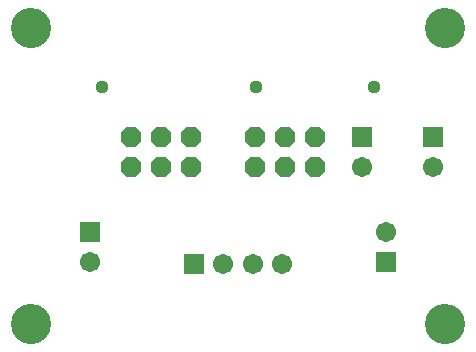
<source format=gbr>
G04 EAGLE Gerber RS-274X export*
G75*
%MOMM*%
%FSLAX34Y34*%
%LPD*%
%INSoldermask Bottom*%
%IPPOS*%
%AMOC8*
5,1,8,0,0,1.08239X$1,22.5*%
G01*
%ADD10C,3.403200*%
%ADD11P,1.869504X8X22.500000*%
%ADD12R,1.711200X1.711200*%
%ADD13C,1.711200*%
%ADD14C,1.109600*%


D10*
X-175000Y-125000D03*
X175000Y-125000D03*
X-175000Y125000D03*
X175000Y125000D03*
D11*
X-90400Y7300D03*
X-90400Y32700D03*
X-65000Y7300D03*
X-65000Y32700D03*
X-39600Y7300D03*
X-39600Y32700D03*
X14600Y7300D03*
X14600Y32700D03*
X40000Y7300D03*
X40000Y32700D03*
X65400Y7300D03*
X65400Y32700D03*
D12*
X125000Y-72500D03*
D13*
X125000Y-47500D03*
D12*
X-125000Y-47500D03*
D13*
X-125000Y-72500D03*
D12*
X165000Y32500D03*
D13*
X165000Y7500D03*
D12*
X105000Y32500D03*
D13*
X105000Y7500D03*
D12*
X-37500Y-75000D03*
D13*
X-12500Y-75000D03*
X12500Y-75000D03*
X37500Y-75000D03*
D14*
X-115000Y75000D03*
X15000Y75000D03*
X115000Y75000D03*
M02*

</source>
